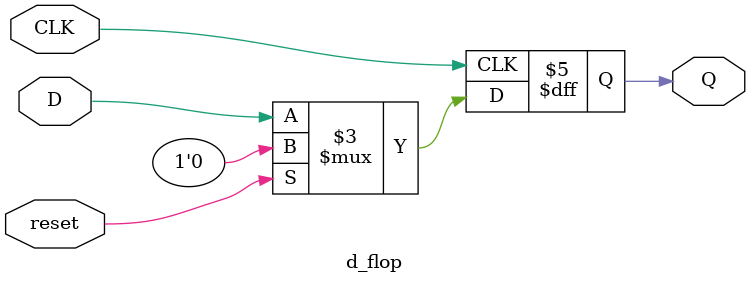
<source format=v>
module d_flop(
    input D, CLK, reset,
    output reg Q
);

    always @(posedge CLK) begin
        if(reset) begin
            Q <= 1'b0;
     end   else begin
        Q <= D;
    end
end

endmodule

</source>
